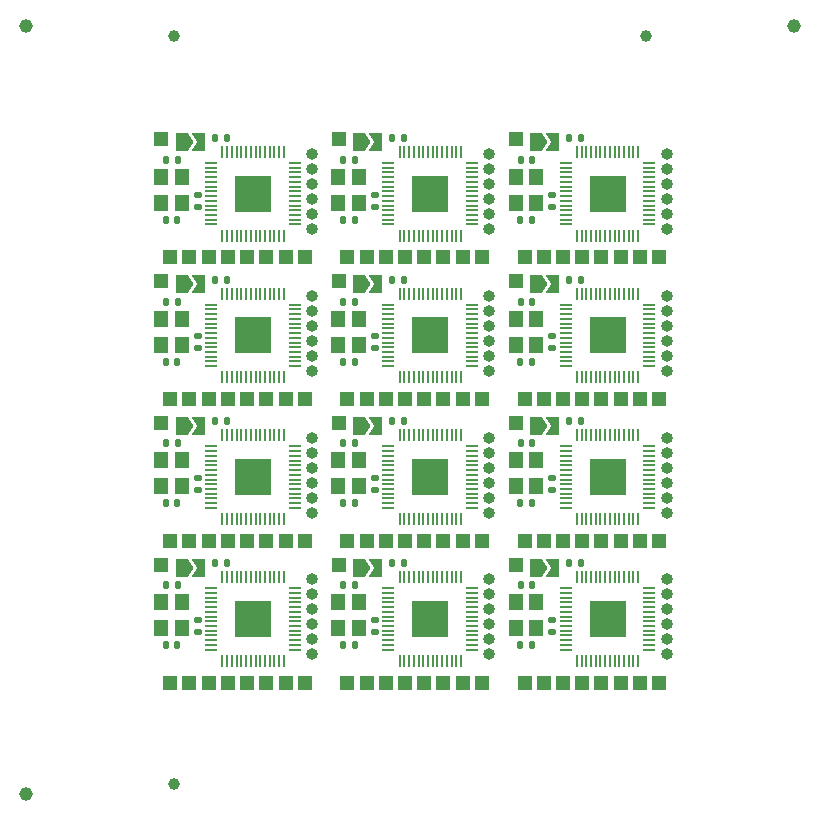
<source format=gts>
G04 #@! TF.GenerationSoftware,KiCad,Pcbnew,7.0.2-6a45011f42~172~ubuntu22.04.1*
G04 #@! TF.CreationDate,2023-05-28T07:21:03+08:00*
G04 #@! TF.ProjectId,panel_4_3,70616e65-6c5f-4345-9f33-2e6b69636164,rev?*
G04 #@! TF.SameCoordinates,Original*
G04 #@! TF.FileFunction,Soldermask,Top*
G04 #@! TF.FilePolarity,Negative*
%FSLAX46Y46*%
G04 Gerber Fmt 4.6, Leading zero omitted, Abs format (unit mm)*
G04 Created by KiCad (PCBNEW 7.0.2-6a45011f42~172~ubuntu22.04.1) date 2023-05-28 07:21:03*
%MOMM*%
%LPD*%
G01*
G04 APERTURE LIST*
G04 Aperture macros list*
%AMRoundRect*
0 Rectangle with rounded corners*
0 $1 Rounding radius*
0 $2 $3 $4 $5 $6 $7 $8 $9 X,Y pos of 4 corners*
0 Add a 4 corners polygon primitive as box body*
4,1,4,$2,$3,$4,$5,$6,$7,$8,$9,$2,$3,0*
0 Add four circle primitives for the rounded corners*
1,1,$1+$1,$2,$3*
1,1,$1+$1,$4,$5*
1,1,$1+$1,$6,$7*
1,1,$1+$1,$8,$9*
0 Add four rect primitives between the rounded corners*
20,1,$1+$1,$2,$3,$4,$5,0*
20,1,$1+$1,$4,$5,$6,$7,0*
20,1,$1+$1,$6,$7,$8,$9,0*
20,1,$1+$1,$8,$9,$2,$3,0*%
%AMFreePoly0*
4,1,6,1.000000,0.000000,0.500000,-0.750000,-0.500000,-0.750000,-0.500000,0.750000,0.500000,0.750000,1.000000,0.000000,1.000000,0.000000,$1*%
%AMFreePoly1*
4,1,6,0.500000,-0.750000,-0.650000,-0.750000,-0.150000,0.000000,-0.650000,0.750000,0.500000,0.750000,0.500000,-0.750000,0.500000,-0.750000,$1*%
G04 Aperture macros list end*
%ADD10R,1.200000X1.200000*%
%ADD11R,1.200000X1.400000*%
%ADD12O,1.000000X1.000000*%
%ADD13FreePoly0,0.000000*%
%ADD14FreePoly1,0.000000*%
%ADD15RoundRect,0.140000X-0.140000X-0.170000X0.140000X-0.170000X0.140000X0.170000X-0.140000X0.170000X0*%
%ADD16RoundRect,0.135000X-0.135000X-0.185000X0.135000X-0.185000X0.135000X0.185000X-0.135000X0.185000X0*%
%ADD17RoundRect,0.135000X0.185000X-0.135000X0.185000X0.135000X-0.185000X0.135000X-0.185000X-0.135000X0*%
%ADD18R,0.200000X1.100000*%
%ADD19R,1.100000X0.200000*%
%ADD20R,3.100000X3.100000*%
%ADD21C,1.152000*%
%ADD22C,1.000000*%
G04 APERTURE END LIST*
D10*
G04 #@! TO.C,J3*
X51187500Y-46100000D03*
G04 #@! TD*
G04 #@! TO.C,J5*
X39442500Y-46100000D03*
G04 #@! TD*
G04 #@! TO.C,J9*
X47932500Y-22100000D03*
G04 #@! TD*
D11*
G04 #@! TO.C,X1*
X45672000Y-29483000D03*
X45672000Y-27283000D03*
X43922000Y-27283000D03*
X43922000Y-29483000D03*
G04 #@! TD*
D12*
G04 #@! TO.C,J8*
X41700000Y-55700000D03*
X41700000Y-54430000D03*
X41700000Y-53160000D03*
X41700000Y-51890000D03*
X41700000Y-50620000D03*
X41700000Y-49350000D03*
G04 #@! TD*
D10*
G04 #@! TO.C,J1*
X13930000Y-12110000D03*
G04 #@! TD*
D13*
G04 #@! TO.C,JP1*
X45655000Y-24360000D03*
D14*
X47105000Y-24360000D03*
G04 #@! TD*
D10*
G04 #@! TO.C,J7*
X29677500Y-46100000D03*
G04 #@! TD*
D15*
G04 #@! TO.C,C1*
X44330000Y-30920000D03*
X45290000Y-30920000D03*
G04 #@! TD*
D10*
G04 #@! TO.C,J1*
X13930000Y-48110000D03*
G04 #@! TD*
D16*
G04 #@! TO.C,R12*
X48440000Y-23970000D03*
X49460000Y-23970000D03*
G04 #@! TD*
D10*
G04 #@! TO.C,J6*
X31310000Y-22100000D03*
G04 #@! TD*
G04 #@! TO.C,J10*
X56070000Y-22100000D03*
G04 #@! TD*
D16*
G04 #@! TO.C,R12*
X18440000Y-23970000D03*
X19460000Y-23970000D03*
G04 #@! TD*
G04 #@! TO.C,R12*
X48440000Y-11970000D03*
X49460000Y-11970000D03*
G04 #@! TD*
D10*
G04 #@! TO.C,J9*
X47932500Y-34100000D03*
G04 #@! TD*
D11*
G04 #@! TO.C,X1*
X30672000Y-41483000D03*
X30672000Y-39283000D03*
X28922000Y-39283000D03*
X28922000Y-41483000D03*
G04 #@! TD*
D15*
G04 #@! TO.C,C3*
X44350000Y-37850000D03*
X45310000Y-37850000D03*
G04 #@! TD*
D10*
G04 #@! TO.C,J4*
X37815000Y-58100000D03*
G04 #@! TD*
G04 #@! TO.C,J2*
X19560000Y-34100000D03*
G04 #@! TD*
G04 #@! TO.C,J2*
X49560000Y-34100000D03*
G04 #@! TD*
D15*
G04 #@! TO.C,C3*
X14350000Y-25850000D03*
X15310000Y-25850000D03*
G04 #@! TD*
D17*
G04 #@! TO.C,R1*
X32000000Y-53800000D03*
X32000000Y-52780000D03*
G04 #@! TD*
D15*
G04 #@! TO.C,C1*
X14330000Y-42920000D03*
X15290000Y-42920000D03*
G04 #@! TD*
D12*
G04 #@! TO.C,J8*
X26700000Y-31700000D03*
X26700000Y-30430000D03*
X26700000Y-29160000D03*
X26700000Y-27890000D03*
X26700000Y-26620000D03*
X26700000Y-25350000D03*
G04 #@! TD*
D10*
G04 #@! TO.C,J2*
X34560000Y-22100000D03*
G04 #@! TD*
D13*
G04 #@! TO.C,JP1*
X15655000Y-48360000D03*
D14*
X17105000Y-48360000D03*
G04 #@! TD*
D10*
G04 #@! TO.C,J1*
X13930000Y-24110000D03*
G04 #@! TD*
D11*
G04 #@! TO.C,X1*
X15672000Y-17483000D03*
X15672000Y-15283000D03*
X13922000Y-15283000D03*
X13922000Y-17483000D03*
G04 #@! TD*
D15*
G04 #@! TO.C,C3*
X29350000Y-49850000D03*
X30310000Y-49850000D03*
G04 #@! TD*
D12*
G04 #@! TO.C,J8*
X41700000Y-43700000D03*
X41700000Y-42430000D03*
X41700000Y-41160000D03*
X41700000Y-39890000D03*
X41700000Y-38620000D03*
X41700000Y-37350000D03*
G04 #@! TD*
D13*
G04 #@! TO.C,JP1*
X45655000Y-48360000D03*
D14*
X47105000Y-48360000D03*
G04 #@! TD*
D12*
G04 #@! TO.C,J8*
X26700000Y-43700000D03*
X26700000Y-42430000D03*
X26700000Y-41160000D03*
X26700000Y-39890000D03*
X26700000Y-38620000D03*
X26700000Y-37350000D03*
G04 #@! TD*
D10*
G04 #@! TO.C,J6*
X46310000Y-46100000D03*
G04 #@! TD*
G04 #@! TO.C,J2*
X34560000Y-58100000D03*
G04 #@! TD*
G04 #@! TO.C,J7*
X29677500Y-34100000D03*
G04 #@! TD*
D12*
G04 #@! TO.C,J8*
X26700000Y-55700000D03*
X26700000Y-54430000D03*
X26700000Y-53160000D03*
X26700000Y-51890000D03*
X26700000Y-50620000D03*
X26700000Y-49350000D03*
G04 #@! TD*
D10*
G04 #@! TO.C,J9*
X17932500Y-58100000D03*
G04 #@! TD*
G04 #@! TO.C,J5*
X39442500Y-58100000D03*
G04 #@! TD*
D18*
G04 #@! TO.C,U1*
X54305000Y-37155000D03*
X53905000Y-37155000D03*
X53505000Y-37155000D03*
X53105000Y-37155000D03*
X52705000Y-37155000D03*
X52305000Y-37155000D03*
X51905000Y-37155000D03*
X51505000Y-37155000D03*
X51105000Y-37155000D03*
X50705000Y-37155000D03*
X50305000Y-37155000D03*
X49905000Y-37155000D03*
X49505000Y-37155000D03*
X49105000Y-37155000D03*
D19*
X48155000Y-38105000D03*
X48155000Y-38505000D03*
X48155000Y-38905000D03*
X48155000Y-39305000D03*
X48155000Y-39705000D03*
X48155000Y-40105000D03*
X48155000Y-40505000D03*
X48155000Y-40905000D03*
X48155000Y-41305000D03*
X48155000Y-41705000D03*
X48155000Y-42105000D03*
X48155000Y-42505000D03*
X48155000Y-42905000D03*
X48155000Y-43305000D03*
D18*
X49105000Y-44255000D03*
X49505000Y-44255000D03*
X49905000Y-44255000D03*
X50305000Y-44255000D03*
X50705000Y-44255000D03*
X51105000Y-44255000D03*
X51505000Y-44255000D03*
X51905000Y-44255000D03*
X52305000Y-44255000D03*
X52705000Y-44255000D03*
X53105000Y-44255000D03*
X53505000Y-44255000D03*
X53905000Y-44255000D03*
X54305000Y-44255000D03*
D19*
X55255000Y-43305000D03*
X55255000Y-42905000D03*
X55255000Y-42505000D03*
X55255000Y-42105000D03*
X55255000Y-41705000D03*
X55255000Y-41305000D03*
X55255000Y-40905000D03*
X55255000Y-40505000D03*
X55255000Y-40105000D03*
X55255000Y-39705000D03*
X55255000Y-39305000D03*
X55255000Y-38905000D03*
X55255000Y-38505000D03*
X55255000Y-38105000D03*
D20*
X51705000Y-40705000D03*
G04 #@! TD*
D12*
G04 #@! TO.C,J8*
X41700000Y-19700000D03*
X41700000Y-18430000D03*
X41700000Y-17160000D03*
X41700000Y-15890000D03*
X41700000Y-14620000D03*
X41700000Y-13350000D03*
G04 #@! TD*
D10*
G04 #@! TO.C,J2*
X49560000Y-22100000D03*
G04 #@! TD*
G04 #@! TO.C,J5*
X54442500Y-34100000D03*
G04 #@! TD*
D16*
G04 #@! TO.C,R12*
X48440000Y-35970000D03*
X49460000Y-35970000D03*
G04 #@! TD*
D15*
G04 #@! TO.C,C3*
X44350000Y-49850000D03*
X45310000Y-49850000D03*
G04 #@! TD*
D10*
G04 #@! TO.C,J4*
X37815000Y-34100000D03*
G04 #@! TD*
G04 #@! TO.C,J2*
X34560000Y-46100000D03*
G04 #@! TD*
G04 #@! TO.C,J9*
X17932500Y-22100000D03*
G04 #@! TD*
G04 #@! TO.C,J6*
X16310000Y-34100000D03*
G04 #@! TD*
G04 #@! TO.C,J5*
X39442500Y-34100000D03*
G04 #@! TD*
G04 #@! TO.C,J1*
X43930000Y-36110000D03*
G04 #@! TD*
G04 #@! TO.C,J9*
X32932500Y-22100000D03*
G04 #@! TD*
G04 #@! TO.C,J4*
X37815000Y-22100000D03*
G04 #@! TD*
D15*
G04 #@! TO.C,C3*
X44350000Y-25850000D03*
X45310000Y-25850000D03*
G04 #@! TD*
D11*
G04 #@! TO.C,X1*
X45672000Y-41483000D03*
X45672000Y-39283000D03*
X43922000Y-39283000D03*
X43922000Y-41483000D03*
G04 #@! TD*
D10*
G04 #@! TO.C,J9*
X17932500Y-34100000D03*
G04 #@! TD*
G04 #@! TO.C,J10*
X26070000Y-22100000D03*
G04 #@! TD*
D18*
G04 #@! TO.C,U1*
X39305000Y-49155000D03*
X38905000Y-49155000D03*
X38505000Y-49155000D03*
X38105000Y-49155000D03*
X37705000Y-49155000D03*
X37305000Y-49155000D03*
X36905000Y-49155000D03*
X36505000Y-49155000D03*
X36105000Y-49155000D03*
X35705000Y-49155000D03*
X35305000Y-49155000D03*
X34905000Y-49155000D03*
X34505000Y-49155000D03*
X34105000Y-49155000D03*
D19*
X33155000Y-50105000D03*
X33155000Y-50505000D03*
X33155000Y-50905000D03*
X33155000Y-51305000D03*
X33155000Y-51705000D03*
X33155000Y-52105000D03*
X33155000Y-52505000D03*
X33155000Y-52905000D03*
X33155000Y-53305000D03*
X33155000Y-53705000D03*
X33155000Y-54105000D03*
X33155000Y-54505000D03*
X33155000Y-54905000D03*
X33155000Y-55305000D03*
D18*
X34105000Y-56255000D03*
X34505000Y-56255000D03*
X34905000Y-56255000D03*
X35305000Y-56255000D03*
X35705000Y-56255000D03*
X36105000Y-56255000D03*
X36505000Y-56255000D03*
X36905000Y-56255000D03*
X37305000Y-56255000D03*
X37705000Y-56255000D03*
X38105000Y-56255000D03*
X38505000Y-56255000D03*
X38905000Y-56255000D03*
X39305000Y-56255000D03*
D19*
X40255000Y-55305000D03*
X40255000Y-54905000D03*
X40255000Y-54505000D03*
X40255000Y-54105000D03*
X40255000Y-53705000D03*
X40255000Y-53305000D03*
X40255000Y-52905000D03*
X40255000Y-52505000D03*
X40255000Y-52105000D03*
X40255000Y-51705000D03*
X40255000Y-51305000D03*
X40255000Y-50905000D03*
X40255000Y-50505000D03*
X40255000Y-50105000D03*
D20*
X36705000Y-52705000D03*
G04 #@! TD*
D10*
G04 #@! TO.C,J3*
X36187500Y-34100000D03*
G04 #@! TD*
D13*
G04 #@! TO.C,JP1*
X45655000Y-36360000D03*
D14*
X47105000Y-36360000D03*
G04 #@! TD*
D21*
G04 #@! TO.C,REF\u002A\u002A*
X2500000Y-2500000D03*
G04 #@! TD*
D10*
G04 #@! TO.C,J7*
X14677500Y-34100000D03*
G04 #@! TD*
D17*
G04 #@! TO.C,R1*
X32000000Y-17800000D03*
X32000000Y-16780000D03*
G04 #@! TD*
D10*
G04 #@! TO.C,J2*
X19560000Y-58100000D03*
G04 #@! TD*
D17*
G04 #@! TO.C,R1*
X17000000Y-53800000D03*
X17000000Y-52780000D03*
G04 #@! TD*
G04 #@! TO.C,R1*
X17000000Y-29800000D03*
X17000000Y-28780000D03*
G04 #@! TD*
D18*
G04 #@! TO.C,U1*
X39305000Y-13155000D03*
X38905000Y-13155000D03*
X38505000Y-13155000D03*
X38105000Y-13155000D03*
X37705000Y-13155000D03*
X37305000Y-13155000D03*
X36905000Y-13155000D03*
X36505000Y-13155000D03*
X36105000Y-13155000D03*
X35705000Y-13155000D03*
X35305000Y-13155000D03*
X34905000Y-13155000D03*
X34505000Y-13155000D03*
X34105000Y-13155000D03*
D19*
X33155000Y-14105000D03*
X33155000Y-14505000D03*
X33155000Y-14905000D03*
X33155000Y-15305000D03*
X33155000Y-15705000D03*
X33155000Y-16105000D03*
X33155000Y-16505000D03*
X33155000Y-16905000D03*
X33155000Y-17305000D03*
X33155000Y-17705000D03*
X33155000Y-18105000D03*
X33155000Y-18505000D03*
X33155000Y-18905000D03*
X33155000Y-19305000D03*
D18*
X34105000Y-20255000D03*
X34505000Y-20255000D03*
X34905000Y-20255000D03*
X35305000Y-20255000D03*
X35705000Y-20255000D03*
X36105000Y-20255000D03*
X36505000Y-20255000D03*
X36905000Y-20255000D03*
X37305000Y-20255000D03*
X37705000Y-20255000D03*
X38105000Y-20255000D03*
X38505000Y-20255000D03*
X38905000Y-20255000D03*
X39305000Y-20255000D03*
D19*
X40255000Y-19305000D03*
X40255000Y-18905000D03*
X40255000Y-18505000D03*
X40255000Y-18105000D03*
X40255000Y-17705000D03*
X40255000Y-17305000D03*
X40255000Y-16905000D03*
X40255000Y-16505000D03*
X40255000Y-16105000D03*
X40255000Y-15705000D03*
X40255000Y-15305000D03*
X40255000Y-14905000D03*
X40255000Y-14505000D03*
X40255000Y-14105000D03*
D20*
X36705000Y-16705000D03*
G04 #@! TD*
D18*
G04 #@! TO.C,U1*
X54305000Y-49155000D03*
X53905000Y-49155000D03*
X53505000Y-49155000D03*
X53105000Y-49155000D03*
X52705000Y-49155000D03*
X52305000Y-49155000D03*
X51905000Y-49155000D03*
X51505000Y-49155000D03*
X51105000Y-49155000D03*
X50705000Y-49155000D03*
X50305000Y-49155000D03*
X49905000Y-49155000D03*
X49505000Y-49155000D03*
X49105000Y-49155000D03*
D19*
X48155000Y-50105000D03*
X48155000Y-50505000D03*
X48155000Y-50905000D03*
X48155000Y-51305000D03*
X48155000Y-51705000D03*
X48155000Y-52105000D03*
X48155000Y-52505000D03*
X48155000Y-52905000D03*
X48155000Y-53305000D03*
X48155000Y-53705000D03*
X48155000Y-54105000D03*
X48155000Y-54505000D03*
X48155000Y-54905000D03*
X48155000Y-55305000D03*
D18*
X49105000Y-56255000D03*
X49505000Y-56255000D03*
X49905000Y-56255000D03*
X50305000Y-56255000D03*
X50705000Y-56255000D03*
X51105000Y-56255000D03*
X51505000Y-56255000D03*
X51905000Y-56255000D03*
X52305000Y-56255000D03*
X52705000Y-56255000D03*
X53105000Y-56255000D03*
X53505000Y-56255000D03*
X53905000Y-56255000D03*
X54305000Y-56255000D03*
D19*
X55255000Y-55305000D03*
X55255000Y-54905000D03*
X55255000Y-54505000D03*
X55255000Y-54105000D03*
X55255000Y-53705000D03*
X55255000Y-53305000D03*
X55255000Y-52905000D03*
X55255000Y-52505000D03*
X55255000Y-52105000D03*
X55255000Y-51705000D03*
X55255000Y-51305000D03*
X55255000Y-50905000D03*
X55255000Y-50505000D03*
X55255000Y-50105000D03*
D20*
X51705000Y-52705000D03*
G04 #@! TD*
D10*
G04 #@! TO.C,J9*
X47932500Y-58100000D03*
G04 #@! TD*
D12*
G04 #@! TO.C,J8*
X56700000Y-43700000D03*
X56700000Y-42430000D03*
X56700000Y-41160000D03*
X56700000Y-39890000D03*
X56700000Y-38620000D03*
X56700000Y-37350000D03*
G04 #@! TD*
D13*
G04 #@! TO.C,JP1*
X15655000Y-36360000D03*
D14*
X17105000Y-36360000D03*
G04 #@! TD*
D10*
G04 #@! TO.C,J4*
X52815000Y-34100000D03*
G04 #@! TD*
G04 #@! TO.C,J2*
X49560000Y-46100000D03*
G04 #@! TD*
D17*
G04 #@! TO.C,R1*
X32000000Y-41800000D03*
X32000000Y-40780000D03*
G04 #@! TD*
D18*
G04 #@! TO.C,U1*
X54305000Y-25155000D03*
X53905000Y-25155000D03*
X53505000Y-25155000D03*
X53105000Y-25155000D03*
X52705000Y-25155000D03*
X52305000Y-25155000D03*
X51905000Y-25155000D03*
X51505000Y-25155000D03*
X51105000Y-25155000D03*
X50705000Y-25155000D03*
X50305000Y-25155000D03*
X49905000Y-25155000D03*
X49505000Y-25155000D03*
X49105000Y-25155000D03*
D19*
X48155000Y-26105000D03*
X48155000Y-26505000D03*
X48155000Y-26905000D03*
X48155000Y-27305000D03*
X48155000Y-27705000D03*
X48155000Y-28105000D03*
X48155000Y-28505000D03*
X48155000Y-28905000D03*
X48155000Y-29305000D03*
X48155000Y-29705000D03*
X48155000Y-30105000D03*
X48155000Y-30505000D03*
X48155000Y-30905000D03*
X48155000Y-31305000D03*
D18*
X49105000Y-32255000D03*
X49505000Y-32255000D03*
X49905000Y-32255000D03*
X50305000Y-32255000D03*
X50705000Y-32255000D03*
X51105000Y-32255000D03*
X51505000Y-32255000D03*
X51905000Y-32255000D03*
X52305000Y-32255000D03*
X52705000Y-32255000D03*
X53105000Y-32255000D03*
X53505000Y-32255000D03*
X53905000Y-32255000D03*
X54305000Y-32255000D03*
D19*
X55255000Y-31305000D03*
X55255000Y-30905000D03*
X55255000Y-30505000D03*
X55255000Y-30105000D03*
X55255000Y-29705000D03*
X55255000Y-29305000D03*
X55255000Y-28905000D03*
X55255000Y-28505000D03*
X55255000Y-28105000D03*
X55255000Y-27705000D03*
X55255000Y-27305000D03*
X55255000Y-26905000D03*
X55255000Y-26505000D03*
X55255000Y-26105000D03*
D20*
X51705000Y-28705000D03*
G04 #@! TD*
D10*
G04 #@! TO.C,J9*
X32932500Y-58100000D03*
G04 #@! TD*
D17*
G04 #@! TO.C,R1*
X47000000Y-53800000D03*
X47000000Y-52780000D03*
G04 #@! TD*
D10*
G04 #@! TO.C,J7*
X44677500Y-58100000D03*
G04 #@! TD*
D15*
G04 #@! TO.C,C3*
X29350000Y-25850000D03*
X30310000Y-25850000D03*
G04 #@! TD*
D10*
G04 #@! TO.C,J7*
X14677500Y-22100000D03*
G04 #@! TD*
G04 #@! TO.C,J4*
X22815000Y-22100000D03*
G04 #@! TD*
G04 #@! TO.C,J6*
X16310000Y-58100000D03*
G04 #@! TD*
G04 #@! TO.C,J2*
X19560000Y-22100000D03*
G04 #@! TD*
D13*
G04 #@! TO.C,JP1*
X30655000Y-36360000D03*
D14*
X32105000Y-36360000D03*
G04 #@! TD*
D10*
G04 #@! TO.C,J10*
X56070000Y-46100000D03*
G04 #@! TD*
G04 #@! TO.C,J2*
X34560000Y-34100000D03*
G04 #@! TD*
D17*
G04 #@! TO.C,R1*
X47000000Y-41800000D03*
X47000000Y-40780000D03*
G04 #@! TD*
D10*
G04 #@! TO.C,J1*
X43930000Y-24110000D03*
G04 #@! TD*
D15*
G04 #@! TO.C,C1*
X44330000Y-42920000D03*
X45290000Y-42920000D03*
G04 #@! TD*
D10*
G04 #@! TO.C,J10*
X26070000Y-58100000D03*
G04 #@! TD*
G04 #@! TO.C,J5*
X24442500Y-22100000D03*
G04 #@! TD*
G04 #@! TO.C,J4*
X52815000Y-46100000D03*
G04 #@! TD*
G04 #@! TO.C,J6*
X31310000Y-34100000D03*
G04 #@! TD*
D18*
G04 #@! TO.C,U1*
X39305000Y-25155000D03*
X38905000Y-25155000D03*
X38505000Y-25155000D03*
X38105000Y-25155000D03*
X37705000Y-25155000D03*
X37305000Y-25155000D03*
X36905000Y-25155000D03*
X36505000Y-25155000D03*
X36105000Y-25155000D03*
X35705000Y-25155000D03*
X35305000Y-25155000D03*
X34905000Y-25155000D03*
X34505000Y-25155000D03*
X34105000Y-25155000D03*
D19*
X33155000Y-26105000D03*
X33155000Y-26505000D03*
X33155000Y-26905000D03*
X33155000Y-27305000D03*
X33155000Y-27705000D03*
X33155000Y-28105000D03*
X33155000Y-28505000D03*
X33155000Y-28905000D03*
X33155000Y-29305000D03*
X33155000Y-29705000D03*
X33155000Y-30105000D03*
X33155000Y-30505000D03*
X33155000Y-30905000D03*
X33155000Y-31305000D03*
D18*
X34105000Y-32255000D03*
X34505000Y-32255000D03*
X34905000Y-32255000D03*
X35305000Y-32255000D03*
X35705000Y-32255000D03*
X36105000Y-32255000D03*
X36505000Y-32255000D03*
X36905000Y-32255000D03*
X37305000Y-32255000D03*
X37705000Y-32255000D03*
X38105000Y-32255000D03*
X38505000Y-32255000D03*
X38905000Y-32255000D03*
X39305000Y-32255000D03*
D19*
X40255000Y-31305000D03*
X40255000Y-30905000D03*
X40255000Y-30505000D03*
X40255000Y-30105000D03*
X40255000Y-29705000D03*
X40255000Y-29305000D03*
X40255000Y-28905000D03*
X40255000Y-28505000D03*
X40255000Y-28105000D03*
X40255000Y-27705000D03*
X40255000Y-27305000D03*
X40255000Y-26905000D03*
X40255000Y-26505000D03*
X40255000Y-26105000D03*
D20*
X36705000Y-28705000D03*
G04 #@! TD*
D12*
G04 #@! TO.C,J8*
X56700000Y-19700000D03*
X56700000Y-18430000D03*
X56700000Y-17160000D03*
X56700000Y-15890000D03*
X56700000Y-14620000D03*
X56700000Y-13350000D03*
G04 #@! TD*
D10*
G04 #@! TO.C,J6*
X31310000Y-58100000D03*
G04 #@! TD*
D15*
G04 #@! TO.C,C3*
X14350000Y-49850000D03*
X15310000Y-49850000D03*
G04 #@! TD*
D10*
G04 #@! TO.C,J4*
X22815000Y-58100000D03*
G04 #@! TD*
G04 #@! TO.C,J5*
X54442500Y-22100000D03*
G04 #@! TD*
G04 #@! TO.C,J5*
X54442500Y-58100000D03*
G04 #@! TD*
D15*
G04 #@! TO.C,C1*
X14330000Y-54920000D03*
X15290000Y-54920000D03*
G04 #@! TD*
D10*
G04 #@! TO.C,J7*
X14677500Y-58100000D03*
G04 #@! TD*
G04 #@! TO.C,J3*
X21187500Y-58100000D03*
G04 #@! TD*
D11*
G04 #@! TO.C,X1*
X30672000Y-29483000D03*
X30672000Y-27283000D03*
X28922000Y-27283000D03*
X28922000Y-29483000D03*
G04 #@! TD*
D10*
G04 #@! TO.C,J5*
X24442500Y-58100000D03*
G04 #@! TD*
D13*
G04 #@! TO.C,JP1*
X30655000Y-24360000D03*
D14*
X32105000Y-24360000D03*
G04 #@! TD*
D21*
G04 #@! TO.C,REF\u002A\u002A*
X67500000Y-2500000D03*
G04 #@! TD*
D10*
G04 #@! TO.C,J2*
X19560000Y-46100000D03*
G04 #@! TD*
G04 #@! TO.C,J5*
X24442500Y-34100000D03*
G04 #@! TD*
D12*
G04 #@! TO.C,J8*
X56700000Y-31700000D03*
X56700000Y-30430000D03*
X56700000Y-29160000D03*
X56700000Y-27890000D03*
X56700000Y-26620000D03*
X56700000Y-25350000D03*
G04 #@! TD*
D16*
G04 #@! TO.C,R12*
X33440000Y-23970000D03*
X34460000Y-23970000D03*
G04 #@! TD*
D10*
G04 #@! TO.C,J4*
X22815000Y-34100000D03*
G04 #@! TD*
D15*
G04 #@! TO.C,C1*
X29330000Y-54920000D03*
X30290000Y-54920000D03*
G04 #@! TD*
D10*
G04 #@! TO.C,J3*
X36187500Y-46100000D03*
G04 #@! TD*
D17*
G04 #@! TO.C,R1*
X47000000Y-17800000D03*
X47000000Y-16780000D03*
G04 #@! TD*
D10*
G04 #@! TO.C,J7*
X44677500Y-46100000D03*
G04 #@! TD*
D16*
G04 #@! TO.C,R12*
X18440000Y-47970000D03*
X19460000Y-47970000D03*
G04 #@! TD*
D15*
G04 #@! TO.C,C3*
X29350000Y-13850000D03*
X30310000Y-13850000D03*
G04 #@! TD*
D10*
G04 #@! TO.C,J9*
X32932500Y-34100000D03*
G04 #@! TD*
G04 #@! TO.C,J6*
X31310000Y-46100000D03*
G04 #@! TD*
D12*
G04 #@! TO.C,J8*
X26700000Y-19700000D03*
X26700000Y-18430000D03*
X26700000Y-17160000D03*
X26700000Y-15890000D03*
X26700000Y-14620000D03*
X26700000Y-13350000D03*
G04 #@! TD*
D10*
G04 #@! TO.C,J1*
X13930000Y-36110000D03*
G04 #@! TD*
D18*
G04 #@! TO.C,U1*
X24305000Y-49155000D03*
X23905000Y-49155000D03*
X23505000Y-49155000D03*
X23105000Y-49155000D03*
X22705000Y-49155000D03*
X22305000Y-49155000D03*
X21905000Y-49155000D03*
X21505000Y-49155000D03*
X21105000Y-49155000D03*
X20705000Y-49155000D03*
X20305000Y-49155000D03*
X19905000Y-49155000D03*
X19505000Y-49155000D03*
X19105000Y-49155000D03*
D19*
X18155000Y-50105000D03*
X18155000Y-50505000D03*
X18155000Y-50905000D03*
X18155000Y-51305000D03*
X18155000Y-51705000D03*
X18155000Y-52105000D03*
X18155000Y-52505000D03*
X18155000Y-52905000D03*
X18155000Y-53305000D03*
X18155000Y-53705000D03*
X18155000Y-54105000D03*
X18155000Y-54505000D03*
X18155000Y-54905000D03*
X18155000Y-55305000D03*
D18*
X19105000Y-56255000D03*
X19505000Y-56255000D03*
X19905000Y-56255000D03*
X20305000Y-56255000D03*
X20705000Y-56255000D03*
X21105000Y-56255000D03*
X21505000Y-56255000D03*
X21905000Y-56255000D03*
X22305000Y-56255000D03*
X22705000Y-56255000D03*
X23105000Y-56255000D03*
X23505000Y-56255000D03*
X23905000Y-56255000D03*
X24305000Y-56255000D03*
D19*
X25255000Y-55305000D03*
X25255000Y-54905000D03*
X25255000Y-54505000D03*
X25255000Y-54105000D03*
X25255000Y-53705000D03*
X25255000Y-53305000D03*
X25255000Y-52905000D03*
X25255000Y-52505000D03*
X25255000Y-52105000D03*
X25255000Y-51705000D03*
X25255000Y-51305000D03*
X25255000Y-50905000D03*
X25255000Y-50505000D03*
X25255000Y-50105000D03*
D20*
X21705000Y-52705000D03*
G04 #@! TD*
D16*
G04 #@! TO.C,R12*
X33440000Y-11970000D03*
X34460000Y-11970000D03*
G04 #@! TD*
D10*
G04 #@! TO.C,J7*
X14677500Y-46100000D03*
G04 #@! TD*
G04 #@! TO.C,J10*
X56070000Y-34100000D03*
G04 #@! TD*
D15*
G04 #@! TO.C,C1*
X29330000Y-18920000D03*
X30290000Y-18920000D03*
G04 #@! TD*
D22*
G04 #@! TO.C,REF\u002A\u002A*
X15000000Y-3350000D03*
G04 #@! TD*
D10*
G04 #@! TO.C,J10*
X41070000Y-46100000D03*
G04 #@! TD*
G04 #@! TO.C,J7*
X29677500Y-22100000D03*
G04 #@! TD*
G04 #@! TO.C,J1*
X43930000Y-12110000D03*
G04 #@! TD*
D16*
G04 #@! TO.C,R12*
X33440000Y-47970000D03*
X34460000Y-47970000D03*
G04 #@! TD*
D10*
G04 #@! TO.C,J9*
X32932500Y-46100000D03*
G04 #@! TD*
D17*
G04 #@! TO.C,R1*
X17000000Y-41800000D03*
X17000000Y-40780000D03*
G04 #@! TD*
D10*
G04 #@! TO.C,J1*
X28930000Y-36110000D03*
G04 #@! TD*
D11*
G04 #@! TO.C,X1*
X45672000Y-17483000D03*
X45672000Y-15283000D03*
X43922000Y-15283000D03*
X43922000Y-17483000D03*
G04 #@! TD*
D10*
G04 #@! TO.C,J3*
X36187500Y-58100000D03*
G04 #@! TD*
D17*
G04 #@! TO.C,R1*
X17000000Y-17800000D03*
X17000000Y-16780000D03*
G04 #@! TD*
D10*
G04 #@! TO.C,J3*
X36187500Y-22100000D03*
G04 #@! TD*
G04 #@! TO.C,J10*
X41070000Y-58100000D03*
G04 #@! TD*
G04 #@! TO.C,J3*
X51187500Y-58100000D03*
G04 #@! TD*
G04 #@! TO.C,J1*
X28930000Y-12110000D03*
G04 #@! TD*
G04 #@! TO.C,J10*
X56070000Y-58100000D03*
G04 #@! TD*
G04 #@! TO.C,J7*
X29677500Y-58100000D03*
G04 #@! TD*
D11*
G04 #@! TO.C,X1*
X15672000Y-29483000D03*
X15672000Y-27283000D03*
X13922000Y-27283000D03*
X13922000Y-29483000D03*
G04 #@! TD*
D15*
G04 #@! TO.C,C1*
X29330000Y-42920000D03*
X30290000Y-42920000D03*
G04 #@! TD*
D10*
G04 #@! TO.C,J10*
X26070000Y-34100000D03*
G04 #@! TD*
D18*
G04 #@! TO.C,U1*
X54305000Y-13155000D03*
X53905000Y-13155000D03*
X53505000Y-13155000D03*
X53105000Y-13155000D03*
X52705000Y-13155000D03*
X52305000Y-13155000D03*
X51905000Y-13155000D03*
X51505000Y-13155000D03*
X51105000Y-13155000D03*
X50705000Y-13155000D03*
X50305000Y-13155000D03*
X49905000Y-13155000D03*
X49505000Y-13155000D03*
X49105000Y-13155000D03*
D19*
X48155000Y-14105000D03*
X48155000Y-14505000D03*
X48155000Y-14905000D03*
X48155000Y-15305000D03*
X48155000Y-15705000D03*
X48155000Y-16105000D03*
X48155000Y-16505000D03*
X48155000Y-16905000D03*
X48155000Y-17305000D03*
X48155000Y-17705000D03*
X48155000Y-18105000D03*
X48155000Y-18505000D03*
X48155000Y-18905000D03*
X48155000Y-19305000D03*
D18*
X49105000Y-20255000D03*
X49505000Y-20255000D03*
X49905000Y-20255000D03*
X50305000Y-20255000D03*
X50705000Y-20255000D03*
X51105000Y-20255000D03*
X51505000Y-20255000D03*
X51905000Y-20255000D03*
X52305000Y-20255000D03*
X52705000Y-20255000D03*
X53105000Y-20255000D03*
X53505000Y-20255000D03*
X53905000Y-20255000D03*
X54305000Y-20255000D03*
D19*
X55255000Y-19305000D03*
X55255000Y-18905000D03*
X55255000Y-18505000D03*
X55255000Y-18105000D03*
X55255000Y-17705000D03*
X55255000Y-17305000D03*
X55255000Y-16905000D03*
X55255000Y-16505000D03*
X55255000Y-16105000D03*
X55255000Y-15705000D03*
X55255000Y-15305000D03*
X55255000Y-14905000D03*
X55255000Y-14505000D03*
X55255000Y-14105000D03*
D20*
X51705000Y-16705000D03*
G04 #@! TD*
D15*
G04 #@! TO.C,C1*
X44330000Y-54920000D03*
X45290000Y-54920000D03*
G04 #@! TD*
G04 #@! TO.C,C3*
X29350000Y-37850000D03*
X30310000Y-37850000D03*
G04 #@! TD*
D13*
G04 #@! TO.C,JP1*
X15655000Y-24360000D03*
D14*
X17105000Y-24360000D03*
G04 #@! TD*
D10*
G04 #@! TO.C,J3*
X21187500Y-22100000D03*
G04 #@! TD*
G04 #@! TO.C,J5*
X39442500Y-22100000D03*
G04 #@! TD*
G04 #@! TO.C,J1*
X43930000Y-48110000D03*
G04 #@! TD*
D13*
G04 #@! TO.C,JP1*
X45655000Y-12360000D03*
D14*
X47105000Y-12360000D03*
G04 #@! TD*
D15*
G04 #@! TO.C,C3*
X44350000Y-13850000D03*
X45310000Y-13850000D03*
G04 #@! TD*
G04 #@! TO.C,C3*
X14350000Y-37850000D03*
X15310000Y-37850000D03*
G04 #@! TD*
D10*
G04 #@! TO.C,J6*
X16310000Y-46100000D03*
G04 #@! TD*
D22*
G04 #@! TO.C,REF\u002A\u002A*
X15000000Y-66650000D03*
G04 #@! TD*
D17*
G04 #@! TO.C,R1*
X47000000Y-29800000D03*
X47000000Y-28780000D03*
G04 #@! TD*
D15*
G04 #@! TO.C,C1*
X14330000Y-18920000D03*
X15290000Y-18920000D03*
G04 #@! TD*
D10*
G04 #@! TO.C,J5*
X24442500Y-46100000D03*
G04 #@! TD*
D17*
G04 #@! TO.C,R1*
X32000000Y-29800000D03*
X32000000Y-28780000D03*
G04 #@! TD*
D11*
G04 #@! TO.C,X1*
X15672000Y-41483000D03*
X15672000Y-39283000D03*
X13922000Y-39283000D03*
X13922000Y-41483000D03*
G04 #@! TD*
D10*
G04 #@! TO.C,J3*
X21187500Y-46100000D03*
G04 #@! TD*
D18*
G04 #@! TO.C,U1*
X24305000Y-13155000D03*
X23905000Y-13155000D03*
X23505000Y-13155000D03*
X23105000Y-13155000D03*
X22705000Y-13155000D03*
X22305000Y-13155000D03*
X21905000Y-13155000D03*
X21505000Y-13155000D03*
X21105000Y-13155000D03*
X20705000Y-13155000D03*
X20305000Y-13155000D03*
X19905000Y-13155000D03*
X19505000Y-13155000D03*
X19105000Y-13155000D03*
D19*
X18155000Y-14105000D03*
X18155000Y-14505000D03*
X18155000Y-14905000D03*
X18155000Y-15305000D03*
X18155000Y-15705000D03*
X18155000Y-16105000D03*
X18155000Y-16505000D03*
X18155000Y-16905000D03*
X18155000Y-17305000D03*
X18155000Y-17705000D03*
X18155000Y-18105000D03*
X18155000Y-18505000D03*
X18155000Y-18905000D03*
X18155000Y-19305000D03*
D18*
X19105000Y-20255000D03*
X19505000Y-20255000D03*
X19905000Y-20255000D03*
X20305000Y-20255000D03*
X20705000Y-20255000D03*
X21105000Y-20255000D03*
X21505000Y-20255000D03*
X21905000Y-20255000D03*
X22305000Y-20255000D03*
X22705000Y-20255000D03*
X23105000Y-20255000D03*
X23505000Y-20255000D03*
X23905000Y-20255000D03*
X24305000Y-20255000D03*
D19*
X25255000Y-19305000D03*
X25255000Y-18905000D03*
X25255000Y-18505000D03*
X25255000Y-18105000D03*
X25255000Y-17705000D03*
X25255000Y-17305000D03*
X25255000Y-16905000D03*
X25255000Y-16505000D03*
X25255000Y-16105000D03*
X25255000Y-15705000D03*
X25255000Y-15305000D03*
X25255000Y-14905000D03*
X25255000Y-14505000D03*
X25255000Y-14105000D03*
D20*
X21705000Y-16705000D03*
G04 #@! TD*
D13*
G04 #@! TO.C,JP1*
X15655000Y-12360000D03*
D14*
X17105000Y-12360000D03*
G04 #@! TD*
D10*
G04 #@! TO.C,J4*
X37815000Y-46100000D03*
G04 #@! TD*
G04 #@! TO.C,J3*
X51187500Y-34100000D03*
G04 #@! TD*
D13*
G04 #@! TO.C,JP1*
X30655000Y-48360000D03*
D14*
X32105000Y-48360000D03*
G04 #@! TD*
D10*
G04 #@! TO.C,J10*
X26070000Y-46100000D03*
G04 #@! TD*
D15*
G04 #@! TO.C,C1*
X29330000Y-30920000D03*
X30290000Y-30920000D03*
G04 #@! TD*
D16*
G04 #@! TO.C,R12*
X18440000Y-35970000D03*
X19460000Y-35970000D03*
G04 #@! TD*
D10*
G04 #@! TO.C,J9*
X47932500Y-46100000D03*
G04 #@! TD*
G04 #@! TO.C,J6*
X46310000Y-22100000D03*
G04 #@! TD*
G04 #@! TO.C,J7*
X44677500Y-34100000D03*
G04 #@! TD*
D12*
G04 #@! TO.C,J8*
X56700000Y-55700000D03*
X56700000Y-54430000D03*
X56700000Y-53160000D03*
X56700000Y-51890000D03*
X56700000Y-50620000D03*
X56700000Y-49350000D03*
G04 #@! TD*
D10*
G04 #@! TO.C,J3*
X51187500Y-22100000D03*
G04 #@! TD*
D11*
G04 #@! TO.C,X1*
X45672000Y-53483000D03*
X45672000Y-51283000D03*
X43922000Y-51283000D03*
X43922000Y-53483000D03*
G04 #@! TD*
D10*
G04 #@! TO.C,J7*
X44677500Y-22100000D03*
G04 #@! TD*
G04 #@! TO.C,J10*
X41070000Y-22100000D03*
G04 #@! TD*
G04 #@! TO.C,J4*
X22815000Y-46100000D03*
G04 #@! TD*
G04 #@! TO.C,J4*
X52815000Y-58100000D03*
G04 #@! TD*
G04 #@! TO.C,J2*
X49560000Y-58100000D03*
G04 #@! TD*
D16*
G04 #@! TO.C,R12*
X18440000Y-11970000D03*
X19460000Y-11970000D03*
G04 #@! TD*
D10*
G04 #@! TO.C,J6*
X46310000Y-58100000D03*
G04 #@! TD*
D22*
G04 #@! TO.C,REF\u002A\u002A*
X55000000Y-3350000D03*
G04 #@! TD*
D11*
G04 #@! TO.C,X1*
X15672000Y-53483000D03*
X15672000Y-51283000D03*
X13922000Y-51283000D03*
X13922000Y-53483000D03*
G04 #@! TD*
D10*
G04 #@! TO.C,J3*
X21187500Y-34100000D03*
G04 #@! TD*
G04 #@! TO.C,J9*
X17932500Y-46100000D03*
G04 #@! TD*
D18*
G04 #@! TO.C,U1*
X39305000Y-37155000D03*
X38905000Y-37155000D03*
X38505000Y-37155000D03*
X38105000Y-37155000D03*
X37705000Y-37155000D03*
X37305000Y-37155000D03*
X36905000Y-37155000D03*
X36505000Y-37155000D03*
X36105000Y-37155000D03*
X35705000Y-37155000D03*
X35305000Y-37155000D03*
X34905000Y-37155000D03*
X34505000Y-37155000D03*
X34105000Y-37155000D03*
D19*
X33155000Y-38105000D03*
X33155000Y-38505000D03*
X33155000Y-38905000D03*
X33155000Y-39305000D03*
X33155000Y-39705000D03*
X33155000Y-40105000D03*
X33155000Y-40505000D03*
X33155000Y-40905000D03*
X33155000Y-41305000D03*
X33155000Y-41705000D03*
X33155000Y-42105000D03*
X33155000Y-42505000D03*
X33155000Y-42905000D03*
X33155000Y-43305000D03*
D18*
X34105000Y-44255000D03*
X34505000Y-44255000D03*
X34905000Y-44255000D03*
X35305000Y-44255000D03*
X35705000Y-44255000D03*
X36105000Y-44255000D03*
X36505000Y-44255000D03*
X36905000Y-44255000D03*
X37305000Y-44255000D03*
X37705000Y-44255000D03*
X38105000Y-44255000D03*
X38505000Y-44255000D03*
X38905000Y-44255000D03*
X39305000Y-44255000D03*
D19*
X40255000Y-43305000D03*
X40255000Y-42905000D03*
X40255000Y-42505000D03*
X40255000Y-42105000D03*
X40255000Y-41705000D03*
X40255000Y-41305000D03*
X40255000Y-40905000D03*
X40255000Y-40505000D03*
X40255000Y-40105000D03*
X40255000Y-39705000D03*
X40255000Y-39305000D03*
X40255000Y-38905000D03*
X40255000Y-38505000D03*
X40255000Y-38105000D03*
D20*
X36705000Y-40705000D03*
G04 #@! TD*
D13*
G04 #@! TO.C,JP1*
X30655000Y-12360000D03*
D14*
X32105000Y-12360000D03*
G04 #@! TD*
D11*
G04 #@! TO.C,X1*
X30672000Y-53483000D03*
X30672000Y-51283000D03*
X28922000Y-51283000D03*
X28922000Y-53483000D03*
G04 #@! TD*
D10*
G04 #@! TO.C,J6*
X16310000Y-22100000D03*
G04 #@! TD*
D16*
G04 #@! TO.C,R12*
X48440000Y-47970000D03*
X49460000Y-47970000D03*
G04 #@! TD*
D10*
G04 #@! TO.C,J1*
X28930000Y-48110000D03*
G04 #@! TD*
D18*
G04 #@! TO.C,U1*
X24305000Y-37155000D03*
X23905000Y-37155000D03*
X23505000Y-37155000D03*
X23105000Y-37155000D03*
X22705000Y-37155000D03*
X22305000Y-37155000D03*
X21905000Y-37155000D03*
X21505000Y-37155000D03*
X21105000Y-37155000D03*
X20705000Y-37155000D03*
X20305000Y-37155000D03*
X19905000Y-37155000D03*
X19505000Y-37155000D03*
X19105000Y-37155000D03*
D19*
X18155000Y-38105000D03*
X18155000Y-38505000D03*
X18155000Y-38905000D03*
X18155000Y-39305000D03*
X18155000Y-39705000D03*
X18155000Y-40105000D03*
X18155000Y-40505000D03*
X18155000Y-40905000D03*
X18155000Y-41305000D03*
X18155000Y-41705000D03*
X18155000Y-42105000D03*
X18155000Y-42505000D03*
X18155000Y-42905000D03*
X18155000Y-43305000D03*
D18*
X19105000Y-44255000D03*
X19505000Y-44255000D03*
X19905000Y-44255000D03*
X20305000Y-44255000D03*
X20705000Y-44255000D03*
X21105000Y-44255000D03*
X21505000Y-44255000D03*
X21905000Y-44255000D03*
X22305000Y-44255000D03*
X22705000Y-44255000D03*
X23105000Y-44255000D03*
X23505000Y-44255000D03*
X23905000Y-44255000D03*
X24305000Y-44255000D03*
D19*
X25255000Y-43305000D03*
X25255000Y-42905000D03*
X25255000Y-42505000D03*
X25255000Y-42105000D03*
X25255000Y-41705000D03*
X25255000Y-41305000D03*
X25255000Y-40905000D03*
X25255000Y-40505000D03*
X25255000Y-40105000D03*
X25255000Y-39705000D03*
X25255000Y-39305000D03*
X25255000Y-38905000D03*
X25255000Y-38505000D03*
X25255000Y-38105000D03*
D20*
X21705000Y-40705000D03*
G04 #@! TD*
D15*
G04 #@! TO.C,C1*
X14330000Y-30920000D03*
X15290000Y-30920000D03*
G04 #@! TD*
D10*
G04 #@! TO.C,J1*
X28930000Y-24110000D03*
G04 #@! TD*
G04 #@! TO.C,J6*
X46310000Y-34100000D03*
G04 #@! TD*
D12*
G04 #@! TO.C,J8*
X41700000Y-31700000D03*
X41700000Y-30430000D03*
X41700000Y-29160000D03*
X41700000Y-27890000D03*
X41700000Y-26620000D03*
X41700000Y-25350000D03*
G04 #@! TD*
D16*
G04 #@! TO.C,R12*
X33440000Y-35970000D03*
X34460000Y-35970000D03*
G04 #@! TD*
D10*
G04 #@! TO.C,J4*
X52815000Y-22100000D03*
G04 #@! TD*
G04 #@! TO.C,J5*
X54442500Y-46100000D03*
G04 #@! TD*
G04 #@! TO.C,J10*
X41070000Y-34100000D03*
G04 #@! TD*
D15*
G04 #@! TO.C,C3*
X14350000Y-13850000D03*
X15310000Y-13850000D03*
G04 #@! TD*
D21*
G04 #@! TO.C,REF\u002A\u002A*
X2500000Y-67500000D03*
G04 #@! TD*
D15*
G04 #@! TO.C,C1*
X44330000Y-18920000D03*
X45290000Y-18920000D03*
G04 #@! TD*
D18*
G04 #@! TO.C,U1*
X24305000Y-25155000D03*
X23905000Y-25155000D03*
X23505000Y-25155000D03*
X23105000Y-25155000D03*
X22705000Y-25155000D03*
X22305000Y-25155000D03*
X21905000Y-25155000D03*
X21505000Y-25155000D03*
X21105000Y-25155000D03*
X20705000Y-25155000D03*
X20305000Y-25155000D03*
X19905000Y-25155000D03*
X19505000Y-25155000D03*
X19105000Y-25155000D03*
D19*
X18155000Y-26105000D03*
X18155000Y-26505000D03*
X18155000Y-26905000D03*
X18155000Y-27305000D03*
X18155000Y-27705000D03*
X18155000Y-28105000D03*
X18155000Y-28505000D03*
X18155000Y-28905000D03*
X18155000Y-29305000D03*
X18155000Y-29705000D03*
X18155000Y-30105000D03*
X18155000Y-30505000D03*
X18155000Y-30905000D03*
X18155000Y-31305000D03*
D18*
X19105000Y-32255000D03*
X19505000Y-32255000D03*
X19905000Y-32255000D03*
X20305000Y-32255000D03*
X20705000Y-32255000D03*
X21105000Y-32255000D03*
X21505000Y-32255000D03*
X21905000Y-32255000D03*
X22305000Y-32255000D03*
X22705000Y-32255000D03*
X23105000Y-32255000D03*
X23505000Y-32255000D03*
X23905000Y-32255000D03*
X24305000Y-32255000D03*
D19*
X25255000Y-31305000D03*
X25255000Y-30905000D03*
X25255000Y-30505000D03*
X25255000Y-30105000D03*
X25255000Y-29705000D03*
X25255000Y-29305000D03*
X25255000Y-28905000D03*
X25255000Y-28505000D03*
X25255000Y-28105000D03*
X25255000Y-27705000D03*
X25255000Y-27305000D03*
X25255000Y-26905000D03*
X25255000Y-26505000D03*
X25255000Y-26105000D03*
D20*
X21705000Y-28705000D03*
G04 #@! TD*
D11*
G04 #@! TO.C,X1*
X30672000Y-17483000D03*
X30672000Y-15283000D03*
X28922000Y-15283000D03*
X28922000Y-17483000D03*
G04 #@! TD*
M02*

</source>
